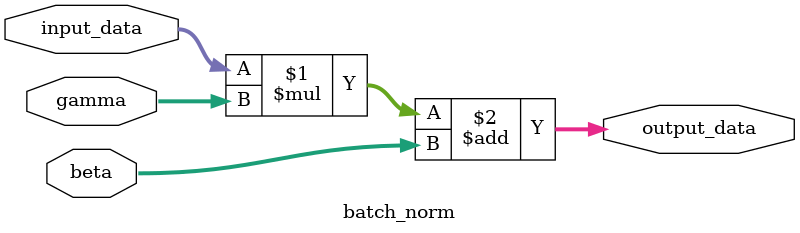
<source format=v>
module batch_norm #(parameter N = 16)(
    input wire [N-1:0] input_data, 
    input wire [N-1:0] gamma, 
    input wire [N-1:0] beta, 
    output wire [N-1:0] output_data
);
    assign output_data = (input_data * gamma) + beta;
endmodule


</source>
